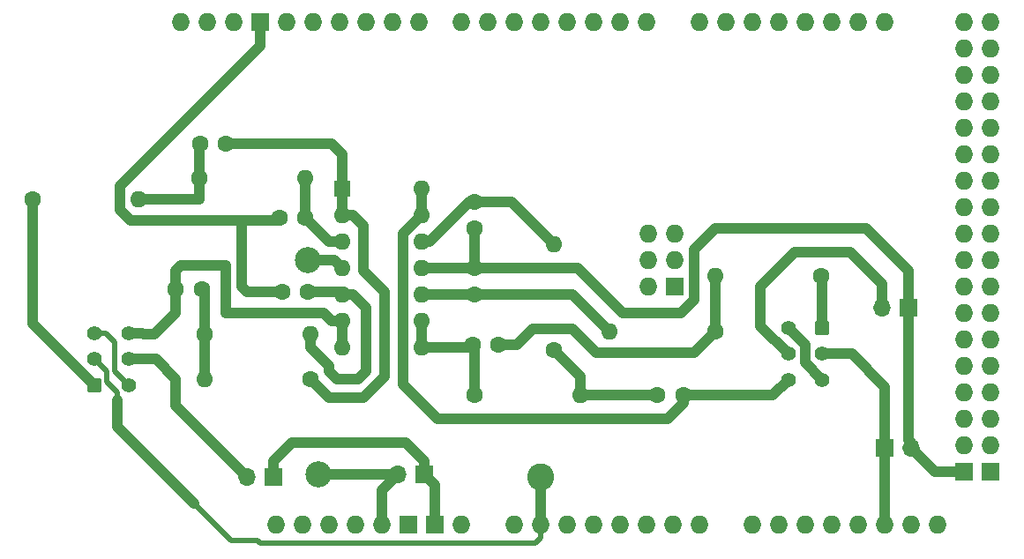
<source format=gbr>
%TF.GenerationSoftware,KiCad,Pcbnew,8.0.0-8.0.0-1~ubuntu22.04.1*%
%TF.CreationDate,2024-03-15T09:53:14-03:00*%
%TF.ProjectId,shield_filtro_v2,73686965-6c64-45f6-9669-6c74726f5f76,rev?*%
%TF.SameCoordinates,Original*%
%TF.FileFunction,Copper,L2,Bot*%
%TF.FilePolarity,Positive*%
%FSLAX46Y46*%
G04 Gerber Fmt 4.6, Leading zero omitted, Abs format (unit mm)*
G04 Created by KiCad (PCBNEW 8.0.0-8.0.0-1~ubuntu22.04.1) date 2024-03-15 09:53:14*
%MOMM*%
%LPD*%
G01*
G04 APERTURE LIST*
G04 Aperture macros list*
%AMRoundRect*
0 Rectangle with rounded corners*
0 $1 Rounding radius*
0 $2 $3 $4 $5 $6 $7 $8 $9 X,Y pos of 4 corners*
0 Add a 4 corners polygon primitive as box body*
4,1,4,$2,$3,$4,$5,$6,$7,$8,$9,$2,$3,0*
0 Add four circle primitives for the rounded corners*
1,1,$1+$1,$2,$3*
1,1,$1+$1,$4,$5*
1,1,$1+$1,$6,$7*
1,1,$1+$1,$8,$9*
0 Add four rect primitives between the rounded corners*
20,1,$1+$1,$2,$3,$4,$5,0*
20,1,$1+$1,$4,$5,$6,$7,0*
20,1,$1+$1,$6,$7,$8,$9,0*
20,1,$1+$1,$8,$9,$2,$3,0*%
G04 Aperture macros list end*
%TA.AperFunction,ComponentPad*%
%ADD10RoundRect,0.250000X0.450000X-0.450000X0.450000X0.450000X-0.450000X0.450000X-0.450000X-0.450000X0*%
%TD*%
%TA.AperFunction,ComponentPad*%
%ADD11C,1.400000*%
%TD*%
%TA.AperFunction,ComponentPad*%
%ADD12O,1.727200X1.727200*%
%TD*%
%TA.AperFunction,ComponentPad*%
%ADD13R,1.727200X1.727200*%
%TD*%
%TA.AperFunction,ComponentPad*%
%ADD14C,1.600000*%
%TD*%
%TA.AperFunction,ComponentPad*%
%ADD15O,1.600000X1.600000*%
%TD*%
%TA.AperFunction,ComponentPad*%
%ADD16R,1.700000X1.700000*%
%TD*%
%TA.AperFunction,ComponentPad*%
%ADD17O,1.700000X1.700000*%
%TD*%
%TA.AperFunction,ComponentPad*%
%ADD18RoundRect,0.250000X-0.450000X0.450000X-0.450000X-0.450000X0.450000X-0.450000X0.450000X0.450000X0*%
%TD*%
%TA.AperFunction,ComponentPad*%
%ADD19C,2.600000*%
%TD*%
%TA.AperFunction,ComponentPad*%
%ADD20C,2.500000*%
%TD*%
%TA.AperFunction,ComponentPad*%
%ADD21R,1.600000X1.600000*%
%TD*%
%TA.AperFunction,Conductor*%
%ADD22C,0.500000*%
%TD*%
%TA.AperFunction,Conductor*%
%ADD23C,1.000000*%
%TD*%
G04 APERTURE END LIST*
D10*
%TO.P,SW1,1,A*%
%TO.N,Net-(SW1A-A)*%
X108299500Y-96346500D03*
D11*
%TO.P,SW1,2,B*%
%TO.N,/A1*%
X108299500Y-93846500D03*
%TO.P,SW1,3,C*%
%TO.N,Net-(SW1A-C)*%
X108299500Y-91346500D03*
%TO.P,SW1,4,A*%
%TO.N,Net-(SW1B-A)*%
X111599500Y-91346500D03*
%TO.P,SW1,5,B*%
%TO.N,Net-(A1Filt1-Pin_2)*%
X111599500Y-93846500D03*
%TO.P,SW1,6,C*%
%TO.N,Net-(SW1A-C)*%
X111599500Y-96346500D03*
%TD*%
D12*
%TO.P,A2,*%
%TO.N,*%
X125730000Y-109728000D03*
%TO.P,A2,3V3,3.3V*%
%TO.N,unconnected-(A2-3.3V-Pad3V3)*%
X133350000Y-109728000D03*
%TO.P,A2,5V1,5V*%
%TO.N,Vcc*%
X135890000Y-109728000D03*
%TO.P,A2,5V2,SPI_5V*%
%TO.N,unconnected-(A2-SPI_5V-Pad5V2)*%
X163957000Y-81788000D03*
%TO.P,A2,5V3,5V*%
%TO.N,unconnected-(A2-5V-Pad5V3)*%
X191770000Y-61468000D03*
%TO.P,A2,5V4,5V*%
%TO.N,unconnected-(A2-5V-Pad5V4)*%
X194310000Y-61468000D03*
%TO.P,A2,A0,A0*%
%TO.N,unconnected-(A2-PadA0)*%
X148590000Y-109728000D03*
%TO.P,A2,A1,A1*%
%TO.N,/A1*%
X151130000Y-109728000D03*
%TO.P,A2,A2,A2*%
%TO.N,unconnected-(A2-PadA2)*%
X153670000Y-109728000D03*
%TO.P,A2,A3,A3*%
%TO.N,unconnected-(A2-PadA3)*%
X156210000Y-109728000D03*
%TO.P,A2,A4,A4*%
%TO.N,unconnected-(A2-PadA4)*%
X158750000Y-109728000D03*
%TO.P,A2,A5,A5*%
%TO.N,unconnected-(A2-PadA5)*%
X161290000Y-109728000D03*
%TO.P,A2,A6,A6*%
%TO.N,unconnected-(A2-PadA6)*%
X163830000Y-109728000D03*
%TO.P,A2,A7,A7*%
%TO.N,unconnected-(A2-PadA7)*%
X166370000Y-109728000D03*
%TO.P,A2,A8,A8*%
%TO.N,unconnected-(A2-PadA8)*%
X171450000Y-109728000D03*
%TO.P,A2,A9,A9*%
%TO.N,unconnected-(A2-PadA9)*%
X173990000Y-109728000D03*
%TO.P,A2,A10,A10*%
%TO.N,unconnected-(A2-PadA10)*%
X176530000Y-109728000D03*
%TO.P,A2,A11,A11*%
%TO.N,unconnected-(A2-PadA11)*%
X179070000Y-109728000D03*
%TO.P,A2,AREF,AREF*%
%TO.N,unconnected-(A2-PadAREF)*%
X121666000Y-61468000D03*
%TO.P,A2,CANR,CANRX*%
%TO.N,unconnected-(A2-CANRX-PadCANR)*%
X186690000Y-109728000D03*
%TO.P,A2,CANT,CANTX*%
%TO.N,unconnected-(A2-CANTX-PadCANT)*%
X189230000Y-109728000D03*
%TO.P,A2,D0,D0/RX0*%
%TO.N,unconnected-(A2-D0{slash}RX0-PadD0)*%
X161290000Y-61468000D03*
%TO.P,A2,D1,D1/TX0*%
%TO.N,unconnected-(A2-D1{slash}TX0-PadD1)*%
X158750000Y-61468000D03*
%TO.P,A2,D2,D2*%
%TO.N,unconnected-(A2-PadD2)*%
X156210000Y-61468000D03*
%TO.P,A2,D3,D3*%
%TO.N,unconnected-(A2-PadD3)*%
X153670000Y-61468000D03*
%TO.P,A2,D4,D4_CS1*%
%TO.N,unconnected-(A2-D4_CS1-PadD4)*%
X151130000Y-61468000D03*
%TO.P,A2,D5,D5*%
%TO.N,unconnected-(A2-PadD5)*%
X148590000Y-61468000D03*
%TO.P,A2,D6,D6*%
%TO.N,unconnected-(A2-PadD6)*%
X146050000Y-61468000D03*
%TO.P,A2,D7,D7*%
%TO.N,unconnected-(A2-PadD7)*%
X143510000Y-61468000D03*
%TO.P,A2,D8,D8*%
%TO.N,unconnected-(A2-PadD8)*%
X139446000Y-61468000D03*
%TO.P,A2,D9,D9*%
%TO.N,unconnected-(A2-PadD9)*%
X136906000Y-61468000D03*
%TO.P,A2,D10,D10_CS0*%
%TO.N,unconnected-(A2-D10_CS0-PadD10)*%
X134366000Y-61468000D03*
%TO.P,A2,D11,D11*%
%TO.N,unconnected-(A2-PadD11)*%
X131826000Y-61468000D03*
%TO.P,A2,D12,D12*%
%TO.N,unconnected-(A2-PadD12)*%
X129286000Y-61468000D03*
%TO.P,A2,D13,D13*%
%TO.N,unconnected-(A2-PadD13)*%
X126746000Y-61468000D03*
%TO.P,A2,D14,D14/TX3*%
%TO.N,unconnected-(A2-D14{slash}TX3-PadD14)*%
X166370000Y-61468000D03*
%TO.P,A2,D15,D15/RX3*%
%TO.N,unconnected-(A2-D15{slash}RX3-PadD15)*%
X168910000Y-61468000D03*
%TO.P,A2,D16,D16/TX2*%
%TO.N,unconnected-(A2-D16{slash}TX2-PadD16)*%
X171450000Y-61468000D03*
%TO.P,A2,D17,D17/RX2*%
%TO.N,unconnected-(A2-D17{slash}RX2-PadD17)*%
X173990000Y-61468000D03*
%TO.P,A2,D18,D18/TX1*%
%TO.N,unconnected-(A2-D18{slash}TX1-PadD18)*%
X176530000Y-61468000D03*
%TO.P,A2,D19,D19/RX1*%
%TO.N,unconnected-(A2-D19{slash}RX1-PadD19)*%
X179070000Y-61468000D03*
%TO.P,A2,D20,D20/SDA*%
%TO.N,unconnected-(A2-D20{slash}SDA-PadD20)*%
X181610000Y-61468000D03*
%TO.P,A2,D21,D21/SCL*%
%TO.N,unconnected-(A2-D21{slash}SCL-PadD21)*%
X184150000Y-61468000D03*
%TO.P,A2,D22,D22*%
%TO.N,unconnected-(A2-PadD22)*%
X191770000Y-64008000D03*
%TO.P,A2,D23,D23*%
%TO.N,unconnected-(A2-PadD23)*%
X194310000Y-64008000D03*
%TO.P,A2,D24,D24*%
%TO.N,unconnected-(A2-PadD24)*%
X191770000Y-66548000D03*
%TO.P,A2,D25,D25*%
%TO.N,unconnected-(A2-PadD25)*%
X194310000Y-66548000D03*
%TO.P,A2,D26,D26*%
%TO.N,unconnected-(A2-PadD26)*%
X191770000Y-69088000D03*
%TO.P,A2,D27,D27*%
%TO.N,unconnected-(A2-PadD27)*%
X194310000Y-69088000D03*
%TO.P,A2,D28,D28*%
%TO.N,unconnected-(A2-PadD28)*%
X191770000Y-71628000D03*
%TO.P,A2,D29,D29*%
%TO.N,unconnected-(A2-PadD29)*%
X194310000Y-71628000D03*
%TO.P,A2,D30,D30*%
%TO.N,unconnected-(A2-PadD30)*%
X191770000Y-74168000D03*
%TO.P,A2,D31,D31*%
%TO.N,unconnected-(A2-PadD31)*%
X194310000Y-74168000D03*
%TO.P,A2,D32,D32*%
%TO.N,unconnected-(A2-PadD32)*%
X191770000Y-76708000D03*
%TO.P,A2,D33,D33*%
%TO.N,unconnected-(A2-PadD33)*%
X194310000Y-76708000D03*
%TO.P,A2,D34,D34*%
%TO.N,unconnected-(A2-PadD34)*%
X191770000Y-79248000D03*
%TO.P,A2,D35,D35*%
%TO.N,unconnected-(A2-PadD35)*%
X194310000Y-79248000D03*
%TO.P,A2,D36,D36*%
%TO.N,unconnected-(A2-PadD36)*%
X191770000Y-81788000D03*
%TO.P,A2,D37,D37*%
%TO.N,unconnected-(A2-PadD37)*%
X194310000Y-81788000D03*
%TO.P,A2,D38,D38*%
%TO.N,unconnected-(A2-PadD38)*%
X191770000Y-84328000D03*
%TO.P,A2,D39,D39*%
%TO.N,unconnected-(A2-PadD39)*%
X194310000Y-84328000D03*
%TO.P,A2,D40,D40*%
%TO.N,unconnected-(A2-PadD40)*%
X191770000Y-86868000D03*
%TO.P,A2,D41,D41*%
%TO.N,unconnected-(A2-PadD41)*%
X194310000Y-86868000D03*
%TO.P,A2,D42,D42*%
%TO.N,unconnected-(A2-PadD42)*%
X191770000Y-89408000D03*
%TO.P,A2,D43,D43*%
%TO.N,unconnected-(A2-PadD43)*%
X194310000Y-89408000D03*
%TO.P,A2,D44,D44*%
%TO.N,unconnected-(A2-PadD44)*%
X191770000Y-91948000D03*
%TO.P,A2,D45,D45*%
%TO.N,unconnected-(A2-PadD45)*%
X194310000Y-91948000D03*
%TO.P,A2,D46,D46*%
%TO.N,unconnected-(A2-PadD46)*%
X191770000Y-94488000D03*
%TO.P,A2,D47,D47*%
%TO.N,unconnected-(A2-PadD47)*%
X194310000Y-94488000D03*
%TO.P,A2,D48,D48*%
%TO.N,unconnected-(A2-PadD48)*%
X191770000Y-97028000D03*
%TO.P,A2,D49,D49*%
%TO.N,unconnected-(A2-PadD49)*%
X194310000Y-97028000D03*
%TO.P,A2,D50,D50*%
%TO.N,unconnected-(A2-PadD50)*%
X191770000Y-99568000D03*
%TO.P,A2,D51,D51*%
%TO.N,unconnected-(A2-PadD51)*%
X194310000Y-99568000D03*
%TO.P,A2,D52,D52_CS2*%
%TO.N,unconnected-(A2-D52_CS2-PadD52)*%
X191770000Y-102108000D03*
%TO.P,A2,D53,D53*%
%TO.N,unconnected-(A2-PadD53)*%
X194310000Y-102108000D03*
%TO.P,A2,DAC0,DAC0*%
%TO.N,unconnected-(A2-PadDAC0)*%
X181610000Y-109728000D03*
%TO.P,A2,DAC1,DAC1*%
%TO.N,/DAC1*%
X184150000Y-109728000D03*
D13*
%TO.P,A2,GND1,GND*%
%TO.N,GND*%
X124206000Y-61468000D03*
%TO.P,A2,GND2,GND*%
X138430000Y-109728000D03*
%TO.P,A2,GND3,GND*%
X140970000Y-109728000D03*
%TO.P,A2,GND4,SPI_GND*%
X163957000Y-86868000D03*
%TO.P,A2,GND5,GND*%
X191770000Y-104648000D03*
%TO.P,A2,GND6,GND*%
X194310000Y-104648000D03*
D12*
%TO.P,A2,IORF,IOREF*%
%TO.N,unconnected-(A2-IOREF-PadIORF)*%
X128270000Y-109728000D03*
%TO.P,A2,MISO,SPI_MISO*%
%TO.N,unconnected-(A2-SPI_MISO-PadMISO)*%
X161417000Y-81788000D03*
%TO.P,A2,MOSI,SPI_MOSI*%
%TO.N,unconnected-(A2-SPI_MOSI-PadMOSI)*%
X163957000Y-84328000D03*
%TO.P,A2,RST1,RESET*%
%TO.N,unconnected-(A2-RESET-PadRST1)*%
X130810000Y-109728000D03*
%TO.P,A2,RST2,SPI_RESET*%
%TO.N,unconnected-(A2-SPI_RESET-PadRST2)*%
X161417000Y-86868000D03*
%TO.P,A2,SCK,SPI_SCK*%
%TO.N,unconnected-(A2-SPI_SCK-PadSCK)*%
X161417000Y-84328000D03*
%TO.P,A2,SCL1,SCL1*%
%TO.N,unconnected-(A2-PadSCL1)*%
X116586000Y-61468000D03*
%TO.P,A2,SDA1,SDA1*%
%TO.N,unconnected-(A2-PadSDA1)*%
X119126000Y-61468000D03*
%TO.P,A2,VIN,VIN*%
%TO.N,unconnected-(A2-PadVIN)*%
X143510000Y-109728000D03*
%TD*%
D14*
%TO.P,C8,1*%
%TO.N,Net-(C8-Pad1)*%
X162326000Y-97282000D03*
%TO.P,C8,2*%
%TO.N,Net-(SW2B-A)*%
X164826000Y-97282000D03*
%TD*%
%TO.P,R6,1*%
%TO.N,Net-(U1C--)*%
X144780000Y-97282000D03*
D15*
%TO.P,R6,2*%
%TO.N,Net-(C8-Pad1)*%
X154940000Y-97282000D03*
%TD*%
D16*
%TO.P,DAC1Filt1,1,Pin_1*%
%TO.N,GND*%
X186441000Y-88900000D03*
D17*
%TO.P,DAC1Filt1,2,Pin_2*%
%TO.N,Net-(DAC1Filt1-Pin_2)*%
X183901000Y-88900000D03*
%TD*%
D14*
%TO.P,R2,1*%
%TO.N,Net-(SW2A-A)*%
X178054000Y-85852000D03*
D15*
%TO.P,R2,2*%
%TO.N,Net-(C4-Pad1)*%
X167894000Y-85852000D03*
%TD*%
D14*
%TO.P,C1,1*%
%TO.N,Net-(U1A-+)*%
X128524000Y-80264000D03*
%TO.P,C1,2*%
%TO.N,GND*%
X126024000Y-80264000D03*
%TD*%
%TO.P,C3,1*%
%TO.N,Net-(C3-Pad1)*%
X118404000Y-73152000D03*
%TO.P,C3,2*%
%TO.N,Net-(U1A--)*%
X120904000Y-73152000D03*
%TD*%
D18*
%TO.P,SW2,1,A*%
%TO.N,Net-(SW2A-A)*%
X178172500Y-90838500D03*
D11*
%TO.P,SW2,2,B*%
%TO.N,/DAC1*%
X178172500Y-93338500D03*
%TO.P,SW2,3,C*%
%TO.N,Net-(SW2A-C)*%
X178172500Y-95838500D03*
%TO.P,SW2,4,A*%
%TO.N,Net-(SW2B-A)*%
X174872500Y-95838500D03*
%TO.P,SW2,5,B*%
%TO.N,Net-(DAC1Filt1-Pin_2)*%
X174872500Y-93338500D03*
%TO.P,SW2,6,C*%
%TO.N,Net-(SW2A-C)*%
X174872500Y-90838500D03*
%TD*%
D14*
%TO.P,C5,1*%
%TO.N,Net-(U1B-+)*%
X128778000Y-87376000D03*
%TO.P,C5,2*%
%TO.N,GND*%
X126278000Y-87376000D03*
%TD*%
%TO.P,R7,1*%
%TO.N,Net-(C7-Pad1)*%
X118872000Y-91440000D03*
D15*
%TO.P,R7,2*%
%TO.N,Net-(U1B-+)*%
X129032000Y-91440000D03*
%TD*%
D14*
%TO.P,R5,1*%
%TO.N,Net-(U1A--)*%
X129032000Y-95758000D03*
D15*
%TO.P,R5,2*%
%TO.N,Net-(C7-Pad1)*%
X118872000Y-95758000D03*
%TD*%
D14*
%TO.P,R3,1*%
%TO.N,Net-(C3-Pad1)*%
X118364000Y-76454000D03*
D15*
%TO.P,R3,2*%
%TO.N,Net-(U1A-+)*%
X128524000Y-76454000D03*
%TD*%
D16*
%TO.P,J12,1,Pin_1*%
%TO.N,GND*%
X139959000Y-104902000D03*
D17*
%TO.P,J12,2,Pin_2*%
%TO.N,Vcc*%
X137419000Y-104902000D03*
%TD*%
D14*
%TO.P,R4,1*%
%TO.N,Net-(C4-Pad1)*%
X167894000Y-91186000D03*
D15*
%TO.P,R4,2*%
%TO.N,Net-(U1C-+)*%
X157734000Y-91186000D03*
%TD*%
D16*
%TO.P,DAC1,1,Pin_1*%
%TO.N,/DAC1*%
X184150000Y-102362000D03*
D17*
%TO.P,DAC1,2,Pin_2*%
%TO.N,GND*%
X186690000Y-102362000D03*
%TD*%
D19*
%TO.P,A1,1,Pin_1*%
%TO.N,/A1*%
X151130000Y-105156000D03*
%TD*%
D14*
%TO.P,C6,1*%
%TO.N,Net-(U1D-+)*%
X144800000Y-78760000D03*
%TO.P,C6,2*%
%TO.N,GND*%
X144800000Y-81260000D03*
%TD*%
D16*
%TO.P,A1Filt1,1,Pin_1*%
%TO.N,GND*%
X125476000Y-105156000D03*
D17*
%TO.P,A1Filt1,2,Pin_2*%
%TO.N,Net-(A1Filt1-Pin_2)*%
X122936000Y-105156000D03*
%TD*%
D14*
%TO.P,R1,1*%
%TO.N,Net-(SW1A-A)*%
X102362000Y-78486000D03*
D15*
%TO.P,R1,2*%
%TO.N,Net-(C3-Pad1)*%
X112522000Y-78486000D03*
%TD*%
D20*
%TO.P,REF\u002A\u002A,1*%
%TO.N,Vcc*%
X129794000Y-104902000D03*
%TD*%
D14*
%TO.P,R8,1*%
%TO.N,Net-(C8-Pad1)*%
X152400000Y-92964000D03*
D15*
%TO.P,R8,2*%
%TO.N,Net-(U1D-+)*%
X152400000Y-82804000D03*
%TD*%
D14*
%TO.P,C4,1*%
%TO.N,Net-(C4-Pad1)*%
X147066000Y-92456000D03*
%TO.P,C4,2*%
%TO.N,Net-(U1C--)*%
X144566000Y-92456000D03*
%TD*%
D20*
%TO.P,,1*%
%TO.N,Vcc*%
X128778000Y-84328000D03*
%TD*%
D14*
%TO.P,C2,1*%
%TO.N,Net-(U1C-+)*%
X144760000Y-87610000D03*
%TO.P,C2,2*%
%TO.N,GND*%
X144760000Y-85110000D03*
%TD*%
D21*
%TO.P,U1,1*%
%TO.N,Net-(U1A--)*%
X132080000Y-77470000D03*
D15*
%TO.P,U1,2,-*%
X132080000Y-80010000D03*
%TO.P,U1,3,+*%
%TO.N,Net-(U1A-+)*%
X132080000Y-82550000D03*
%TO.P,U1,4,V+*%
%TO.N,Vcc*%
X132080000Y-85090000D03*
%TO.P,U1,5,+*%
%TO.N,Net-(U1B-+)*%
X132080000Y-87630000D03*
%TO.P,U1,6,-*%
%TO.N,Net-(SW1B-A)*%
X132080000Y-90170000D03*
%TO.P,U1,7*%
X132080000Y-92710000D03*
%TO.P,U1,8*%
%TO.N,Net-(U1C--)*%
X139700000Y-92710000D03*
%TO.P,U1,9,-*%
X139700000Y-90170000D03*
%TO.P,U1,10,+*%
%TO.N,Net-(U1C-+)*%
X139700000Y-87630000D03*
%TO.P,U1,11,V-*%
%TO.N,GND*%
X139700000Y-85090000D03*
%TO.P,U1,12,+*%
%TO.N,Net-(U1D-+)*%
X139700000Y-82550000D03*
%TO.P,U1,13,-*%
%TO.N,Net-(SW2B-A)*%
X139700000Y-80010000D03*
%TO.P,U1,14*%
X139700000Y-77470000D03*
%TD*%
D14*
%TO.P,C7,1*%
%TO.N,Net-(C7-Pad1)*%
X118578000Y-87122000D03*
%TO.P,C7,2*%
%TO.N,Net-(SW1B-A)*%
X116078000Y-87122000D03*
%TD*%
D22*
%TO.N,/A1*%
X109474000Y-96012000D02*
X110490000Y-97028000D01*
X151130000Y-111041600D02*
X151130000Y-109728000D01*
X110490000Y-97028000D02*
X110490000Y-97790000D01*
X109474000Y-95021000D02*
X109474000Y-96012000D01*
X124206000Y-111506000D02*
X123952000Y-111252000D01*
X151130000Y-111041600D02*
X151086400Y-111041600D01*
X151086400Y-111041600D02*
X150622000Y-111506000D01*
D23*
X117856000Y-107696000D02*
X110490000Y-100330000D01*
X110490000Y-100330000D02*
X110490000Y-97790000D01*
X151130000Y-109728000D02*
X151130000Y-105156000D01*
D22*
X121412000Y-111252000D02*
X117856000Y-107696000D01*
X150622000Y-111506000D02*
X124206000Y-111506000D01*
X108299500Y-93846500D02*
X109474000Y-95021000D01*
X123952000Y-111252000D02*
X121412000Y-111252000D01*
D23*
%TO.N,GND*%
X122428000Y-80518000D02*
X111760000Y-80518000D01*
X186441000Y-88900000D02*
X186441000Y-85349000D01*
X140970000Y-105913000D02*
X139959000Y-104902000D01*
X139959000Y-104902000D02*
X139959000Y-103637000D01*
X154706000Y-85110000D02*
X144760000Y-85110000D01*
X186690000Y-102362000D02*
X186690000Y-101854000D01*
X111760000Y-80518000D02*
X110744000Y-79502000D01*
X188976000Y-104648000D02*
X191770000Y-104648000D01*
X165862000Y-83312000D02*
X165862000Y-88138000D01*
X125730000Y-80264000D02*
X126024000Y-80264000D01*
X144760000Y-81300000D02*
X144800000Y-81260000D01*
X126278000Y-87376000D02*
X122936000Y-87376000D01*
X186690000Y-102362000D02*
X188976000Y-104648000D01*
X110744000Y-79502000D02*
X110744000Y-77216000D01*
X138176000Y-101854000D02*
X127254000Y-101854000D01*
X122428000Y-86868000D02*
X122428000Y-80518000D01*
X110744000Y-77216000D02*
X124206000Y-63754000D01*
X164592000Y-89408000D02*
X159004000Y-89408000D01*
X125476000Y-103632000D02*
X125476000Y-105156000D01*
X186441000Y-101605000D02*
X186441000Y-88900000D01*
X167894000Y-81280000D02*
X165862000Y-83312000D01*
X122936000Y-87376000D02*
X122428000Y-86868000D01*
X159004000Y-89408000D02*
X154706000Y-85110000D01*
X139959000Y-103637000D02*
X138176000Y-101854000D01*
X139700000Y-85090000D02*
X144740000Y-85090000D01*
X124206000Y-63754000D02*
X124206000Y-61468000D01*
X144760000Y-85110000D02*
X144760000Y-81300000D01*
X186441000Y-85349000D02*
X182372000Y-81280000D01*
X127254000Y-101854000D02*
X125476000Y-103632000D01*
X140970000Y-109728000D02*
X140970000Y-105913000D01*
X126024000Y-80264000D02*
X125770000Y-80518000D01*
X125770000Y-80518000D02*
X122428000Y-80518000D01*
X144740000Y-85090000D02*
X144760000Y-85110000D01*
X186690000Y-101854000D02*
X186441000Y-101605000D01*
X165862000Y-88138000D02*
X164592000Y-89408000D01*
X182372000Y-81280000D02*
X167894000Y-81280000D01*
%TO.N,Net-(A1Filt1-Pin_2)*%
X122936000Y-105156000D02*
X116078000Y-98298000D01*
X116078000Y-95758000D02*
X114166500Y-93846500D01*
X116078000Y-98298000D02*
X116078000Y-95758000D01*
X114166500Y-93846500D02*
X111599500Y-93846500D01*
%TO.N,/DAC1*%
X184150000Y-109728000D02*
X184150000Y-96520000D01*
X184150000Y-96520000D02*
X180968500Y-93338500D01*
X180968500Y-93338500D02*
X178172500Y-93338500D01*
%TO.N,Vcc*%
X129794000Y-105156000D02*
X130048000Y-104902000D01*
X135890000Y-106431000D02*
X137419000Y-104902000D01*
X135890000Y-109728000D02*
X135890000Y-106431000D01*
X128778000Y-84328000D02*
X131318000Y-84328000D01*
X130048000Y-104902000D02*
X137419000Y-104902000D01*
X131318000Y-84328000D02*
X132080000Y-85090000D01*
%TO.N,Net-(U1A-+)*%
X130810000Y-82550000D02*
X128524000Y-80264000D01*
X132080000Y-82550000D02*
X130810000Y-82550000D01*
X128524000Y-80264000D02*
X128524000Y-76454000D01*
%TO.N,Net-(U1C-+)*%
X157734000Y-91186000D02*
X154178000Y-87630000D01*
X144760000Y-87610000D02*
X139720000Y-87610000D01*
X139720000Y-87610000D02*
X139700000Y-87630000D01*
X154178000Y-87630000D02*
X153162000Y-87630000D01*
X153142000Y-87610000D02*
X144760000Y-87610000D01*
X153162000Y-87630000D02*
X153142000Y-87610000D01*
%TO.N,Net-(C3-Pad1)*%
X112522000Y-78486000D02*
X118364000Y-78486000D01*
X118364000Y-78486000D02*
X118364000Y-73192000D01*
X118364000Y-73192000D02*
X118404000Y-73152000D01*
%TO.N,Net-(U1A--)*%
X134112000Y-85344000D02*
X134112000Y-81026000D01*
X132080000Y-77470000D02*
X132080000Y-80010000D01*
X133096000Y-80010000D02*
X132080000Y-80010000D01*
X132080000Y-77470000D02*
X132080000Y-74168000D01*
X131064000Y-73152000D02*
X120904000Y-73152000D01*
X134112000Y-97536000D02*
X136144000Y-95504000D01*
X136144000Y-95504000D02*
X136144000Y-87376000D01*
X134112000Y-81026000D02*
X133096000Y-80010000D01*
X129032000Y-95758000D02*
X130810000Y-97536000D01*
X130810000Y-97536000D02*
X134112000Y-97536000D01*
X132080000Y-74168000D02*
X131064000Y-73152000D01*
X136144000Y-87376000D02*
X134112000Y-85344000D01*
%TO.N,Net-(U1C--)*%
X139700000Y-90170000D02*
X139700000Y-92710000D01*
X139700000Y-92710000D02*
X144312000Y-92710000D01*
X144312000Y-92710000D02*
X144566000Y-92456000D01*
X144780000Y-92670000D02*
X144566000Y-92456000D01*
X144780000Y-97282000D02*
X144780000Y-92670000D01*
%TO.N,Net-(C4-Pad1)*%
X156464000Y-93218000D02*
X165862000Y-93218000D01*
X148844000Y-92456000D02*
X150368000Y-90932000D01*
X154178000Y-90932000D02*
X156464000Y-93218000D01*
X167894000Y-85852000D02*
X167894000Y-91186000D01*
X165862000Y-93218000D02*
X167894000Y-91186000D01*
X150368000Y-90932000D02*
X154178000Y-90932000D01*
X147066000Y-92456000D02*
X148844000Y-92456000D01*
%TO.N,Net-(U1B-+)*%
X134366000Y-88900000D02*
X134366000Y-94996000D01*
X133096000Y-87630000D02*
X134366000Y-88900000D01*
X131826000Y-87376000D02*
X132080000Y-87630000D01*
X129032000Y-92710000D02*
X129032000Y-91440000D01*
X128778000Y-87376000D02*
X131826000Y-87376000D01*
X131572000Y-95758000D02*
X130810000Y-94996000D01*
X130810000Y-94996000D02*
X130810000Y-94488000D01*
X130810000Y-94488000D02*
X129032000Y-92710000D01*
X134366000Y-94996000D02*
X133604000Y-95758000D01*
X132080000Y-87630000D02*
X133096000Y-87630000D01*
X133604000Y-95758000D02*
X131572000Y-95758000D01*
%TO.N,Net-(U1D-+)*%
X148356000Y-78760000D02*
X152400000Y-82804000D01*
X144252000Y-78760000D02*
X144800000Y-78760000D01*
X139700000Y-82550000D02*
X140462000Y-82550000D01*
X140462000Y-82550000D02*
X144252000Y-78760000D01*
X144800000Y-78760000D02*
X148356000Y-78760000D01*
%TO.N,Net-(C7-Pad1)*%
X118872000Y-87416000D02*
X118578000Y-87122000D01*
X118872000Y-91440000D02*
X118872000Y-95758000D01*
X118872000Y-91440000D02*
X118872000Y-87416000D01*
%TO.N,Net-(SW1B-A)*%
X116586000Y-84836000D02*
X116078000Y-85344000D01*
X130302000Y-89408000D02*
X120904000Y-89408000D01*
X116078000Y-85344000D02*
X116078000Y-87122000D01*
X132080000Y-90170000D02*
X132080000Y-92710000D01*
X120904000Y-84836000D02*
X116586000Y-84836000D01*
X112983000Y-91440000D02*
X112889500Y-91346500D01*
X116078000Y-89408000D02*
X114046000Y-91440000D01*
X120904000Y-89408000D02*
X120904000Y-84836000D01*
X114046000Y-91440000D02*
X112983000Y-91440000D01*
X131064000Y-90170000D02*
X130302000Y-89408000D01*
X112889500Y-91346500D02*
X111599500Y-91346500D01*
X116078000Y-87122000D02*
X116078000Y-89408000D01*
X132080000Y-90170000D02*
X131064000Y-90170000D01*
%TO.N,Net-(SW2B-A)*%
X173429000Y-97282000D02*
X164826000Y-97282000D01*
X163322000Y-99568000D02*
X164826000Y-98064000D01*
X137922000Y-96266000D02*
X141224000Y-99568000D01*
X139700000Y-77470000D02*
X139700000Y-80010000D01*
X141224000Y-99568000D02*
X163322000Y-99568000D01*
X137922000Y-81788000D02*
X137922000Y-96266000D01*
X139700000Y-80010000D02*
X137922000Y-81788000D01*
X174872500Y-95838500D02*
X173429000Y-97282000D01*
X164826000Y-98064000D02*
X164826000Y-97282000D01*
%TO.N,Net-(C8-Pad1)*%
X154940000Y-97282000D02*
X162326000Y-97282000D01*
X154940000Y-95504000D02*
X152400000Y-92964000D01*
X154940000Y-97282000D02*
X154940000Y-95504000D01*
%TO.N,Net-(DAC1Filt1-Pin_2)*%
X172212000Y-86868000D02*
X172212000Y-90678000D01*
X183901000Y-86619000D02*
X180848000Y-83566000D01*
X183901000Y-88900000D02*
X183901000Y-86619000D01*
X175514000Y-83566000D02*
X172212000Y-86868000D01*
X172212000Y-90678000D02*
X174872500Y-93338500D01*
X180848000Y-83566000D02*
X175514000Y-83566000D01*
%TO.N,Net-(SW1A-A)*%
X108299500Y-96346500D02*
X102362000Y-90409000D01*
X102362000Y-90409000D02*
X102362000Y-78232000D01*
%TO.N,Net-(SW2A-A)*%
X178172500Y-90838500D02*
X178172500Y-85970500D01*
X178172500Y-85970500D02*
X178054000Y-85852000D01*
D22*
%TO.N,Net-(SW1A-C)*%
X110236000Y-92202000D02*
X109380500Y-91346500D01*
X110236000Y-94996000D02*
X110236000Y-92202000D01*
X111599500Y-96346500D02*
X110249000Y-94996000D01*
X110249000Y-94996000D02*
X110236000Y-94996000D01*
X109380500Y-91346500D02*
X108299500Y-91346500D01*
D23*
%TO.N,Net-(SW2A-C)*%
X176530000Y-92496000D02*
X176530000Y-94196000D01*
X174872500Y-90838500D02*
X176530000Y-92496000D01*
X176530000Y-94196000D02*
X178172500Y-95838500D01*
%TD*%
M02*

</source>
